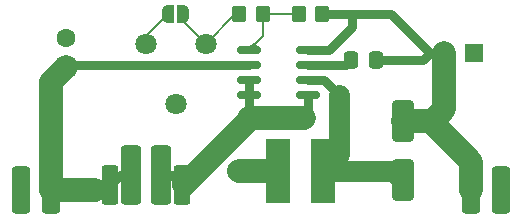
<source format=gtl>
%TF.GenerationSoftware,KiCad,Pcbnew,8.0.4*%
%TF.CreationDate,2025-01-06T15:16:24+00:00*%
%TF.ProjectId,33063_invert,33333036-335f-4696-9e76-6572742e6b69,rev?*%
%TF.SameCoordinates,Original*%
%TF.FileFunction,Copper,L1,Top*%
%TF.FilePolarity,Positive*%
%FSLAX46Y46*%
G04 Gerber Fmt 4.6, Leading zero omitted, Abs format (unit mm)*
G04 Created by KiCad (PCBNEW 8.0.4) date 2025-01-06 15:16:24*
%MOMM*%
%LPD*%
G01*
G04 APERTURE LIST*
G04 Aperture macros list*
%AMRoundRect*
0 Rectangle with rounded corners*
0 $1 Rounding radius*
0 $2 $3 $4 $5 $6 $7 $8 $9 X,Y pos of 4 corners*
0 Add a 4 corners polygon primitive as box body*
4,1,4,$2,$3,$4,$5,$6,$7,$8,$9,$2,$3,0*
0 Add four circle primitives for the rounded corners*
1,1,$1+$1,$2,$3*
1,1,$1+$1,$4,$5*
1,1,$1+$1,$6,$7*
1,1,$1+$1,$8,$9*
0 Add four rect primitives between the rounded corners*
20,1,$1+$1,$2,$3,$4,$5,0*
20,1,$1+$1,$4,$5,$6,$7,0*
20,1,$1+$1,$6,$7,$8,$9,0*
20,1,$1+$1,$8,$9,$2,$3,0*%
%AMFreePoly0*
4,1,19,0.500000,-0.750000,0.000000,-0.750000,0.000000,-0.744911,-0.071157,-0.744911,-0.207708,-0.704816,-0.327430,-0.627875,-0.420627,-0.520320,-0.479746,-0.390866,-0.500000,-0.250000,-0.500000,0.250000,-0.479746,0.390866,-0.420627,0.520320,-0.327430,0.627875,-0.207708,0.704816,-0.071157,0.744911,0.000000,0.744911,0.000000,0.750000,0.500000,0.750000,0.500000,-0.750000,0.500000,-0.750000,
$1*%
%AMFreePoly1*
4,1,19,0.000000,0.744911,0.071157,0.744911,0.207708,0.704816,0.327430,0.627875,0.420627,0.520320,0.479746,0.390866,0.500000,0.250000,0.500000,-0.250000,0.479746,-0.390866,0.420627,-0.520320,0.327430,-0.627875,0.207708,-0.704816,0.071157,-0.744911,0.000000,-0.744911,0.000000,-0.750000,-0.500000,-0.750000,-0.500000,0.750000,0.000000,0.750000,0.000000,0.744911,0.000000,0.744911,
$1*%
G04 Aperture macros list end*
%TA.AperFunction,ComponentPad*%
%ADD10RoundRect,0.250000X-0.500000X-1.750000X0.500000X-1.750000X0.500000X1.750000X-0.500000X1.750000X0*%
%TD*%
%TA.AperFunction,SMDPad,CuDef*%
%ADD11RoundRect,0.249999X0.450001X1.425001X-0.450001X1.425001X-0.450001X-1.425001X0.450001X-1.425001X0*%
%TD*%
%TA.AperFunction,SMDPad,CuDef*%
%ADD12R,2.150000X5.500000*%
%TD*%
%TA.AperFunction,SMDPad,CuDef*%
%ADD13FreePoly0,0.000000*%
%TD*%
%TA.AperFunction,SMDPad,CuDef*%
%ADD14FreePoly1,0.000000*%
%TD*%
%TA.AperFunction,ComponentPad*%
%ADD15R,1.600000X1.600000*%
%TD*%
%TA.AperFunction,ComponentPad*%
%ADD16C,1.600000*%
%TD*%
%TA.AperFunction,SMDPad,CuDef*%
%ADD17RoundRect,0.250000X-0.350000X-0.450000X0.350000X-0.450000X0.350000X0.450000X-0.350000X0.450000X0*%
%TD*%
%TA.AperFunction,SMDPad,CuDef*%
%ADD18RoundRect,0.250000X0.650000X-1.500000X0.650000X1.500000X-0.650000X1.500000X-0.650000X-1.500000X0*%
%TD*%
%TA.AperFunction,SMDPad,CuDef*%
%ADD19RoundRect,0.150000X0.825000X0.150000X-0.825000X0.150000X-0.825000X-0.150000X0.825000X-0.150000X0*%
%TD*%
%TA.AperFunction,SMDPad,CuDef*%
%ADD20RoundRect,0.200000X-0.620000X-2.300000X0.620000X-2.300000X0.620000X2.300000X-0.620000X2.300000X0*%
%TD*%
%TA.AperFunction,SMDPad,CuDef*%
%ADD21RoundRect,0.250000X-0.337500X-0.475000X0.337500X-0.475000X0.337500X0.475000X-0.337500X0.475000X0*%
%TD*%
%TA.AperFunction,ComponentPad*%
%ADD22C,1.800000*%
%TD*%
%TA.AperFunction,ViaPad*%
%ADD23C,2.000000*%
%TD*%
%TA.AperFunction,Conductor*%
%ADD24C,2.000000*%
%TD*%
%TA.AperFunction,Conductor*%
%ADD25C,0.800000*%
%TD*%
%TA.AperFunction,Conductor*%
%ADD26C,0.200000*%
%TD*%
%TA.AperFunction,Conductor*%
%ADD27C,1.800000*%
%TD*%
G04 APERTURE END LIST*
D10*
%TO.P,J1,1,Pin_1*%
%TO.N,GND2*%
X53180000Y-68000000D03*
%TO.P,J1,2,Pin_2*%
%TO.N,/Vin_2*%
X55720000Y-68000000D03*
%TD*%
D11*
%TO.P,R1,1*%
%TO.N,/Vsense*%
X66750000Y-67550000D03*
%TO.P,R1,2*%
%TO.N,/Vin_2*%
X60650000Y-67550000D03*
%TD*%
D12*
%TO.P,L1,1,1*%
%TO.N,GND2*%
X74875000Y-66350000D03*
%TO.P,L1,2,2*%
%TO.N,/Lin_2*%
X78725000Y-66350000D03*
%TD*%
D13*
%TO.P,JP2,1,A*%
%TO.N,GND2*%
X65600000Y-53100000D03*
D14*
%TO.P,JP2,2,B*%
%TO.N,Net-(JP2-B)*%
X66900000Y-53100000D03*
%TD*%
D15*
%TO.P,C1,1*%
%TO.N,/Vin_2*%
X56950000Y-57600000D03*
D16*
%TO.P,C1,2*%
%TO.N,GND2*%
X56950000Y-55100000D03*
%TD*%
D10*
%TO.P,J2,1,Pin_1*%
%TO.N,/Vout_2*%
X91280000Y-68000000D03*
%TO.P,J2,2,Pin_2*%
%TO.N,GND2*%
X93820000Y-68000000D03*
%TD*%
D17*
%TO.P,R3,1*%
%TO.N,/Vfb_2*%
X76650000Y-53100000D03*
%TO.P,R3,2*%
%TO.N,/Vout_2*%
X78650000Y-53100000D03*
%TD*%
D18*
%TO.P,D1,1,K*%
%TO.N,/Lin_2*%
X85500000Y-67160000D03*
%TO.P,D1,2,A*%
%TO.N,/Vout_2*%
X85500000Y-62160000D03*
%TD*%
D19*
%TO.P,U1,1,Swc*%
%TO.N,/Vsense*%
X77425000Y-59955000D03*
%TO.P,U1,2,Swe*%
%TO.N,/Lin_2*%
X77425000Y-58685000D03*
%TO.P,U1,3,Ct*%
%TO.N,/Ct_2*%
X77425000Y-57415000D03*
%TO.P,U1,4,GND*%
%TO.N,/Vout_2*%
X77425000Y-56145000D03*
%TO.P,U1,5,Vfb*%
%TO.N,/Vfb_2*%
X72475000Y-56145000D03*
%TO.P,U1,6,Vcc*%
%TO.N,/Vin_2*%
X72475000Y-57415000D03*
%TO.P,U1,7,Ipk*%
%TO.N,/Vsense*%
X72475000Y-58685000D03*
%TO.P,U1,8,Dc*%
X72475000Y-59955000D03*
%TD*%
D16*
%TO.P,C3,2*%
%TO.N,/Vout_2*%
X89000000Y-56350000D03*
D15*
%TO.P,C3,1*%
%TO.N,GND2*%
X91500000Y-56350000D03*
%TD*%
D20*
%TO.P,R100,1*%
%TO.N,/Vin_2*%
X62430000Y-66700000D03*
%TO.P,R100,2*%
%TO.N,/Vsense*%
X64970000Y-66700000D03*
%TD*%
D17*
%TO.P,R2,1*%
%TO.N,Net-(JP2-B)*%
X71650000Y-53100000D03*
%TO.P,R2,2*%
%TO.N,/Vfb_2*%
X73650000Y-53100000D03*
%TD*%
D21*
%TO.P,C2,1*%
%TO.N,/Ct_2*%
X81112500Y-56950000D03*
%TO.P,C2,2*%
%TO.N,/Vout_2*%
X83187500Y-56950000D03*
%TD*%
D22*
%TO.P,RV1,1,1*%
%TO.N,Net-(JP2-B)*%
X68790000Y-55610000D03*
%TO.P,RV1,2,2*%
%TO.N,GND2*%
X66250000Y-60690000D03*
%TO.P,RV1,3,3*%
X63710000Y-55610000D03*
%TD*%
D23*
%TO.N,GND2*%
X71650000Y-66350000D03*
%TD*%
D24*
%TO.N,/Vin_2*%
X55700000Y-58850000D02*
X55700000Y-63940000D01*
X56950000Y-57600000D02*
X55700000Y-58850000D01*
X55720000Y-68000000D02*
X59400000Y-68000000D01*
D25*
X72460000Y-57400000D02*
X72475000Y-57415000D01*
X56950000Y-57600000D02*
X57150000Y-57400000D01*
X59850000Y-67550000D02*
X59400000Y-68000000D01*
X61500000Y-66700000D02*
X60650000Y-67550000D01*
X62430000Y-66700000D02*
X61500000Y-66700000D01*
D24*
X55700000Y-63940000D02*
X55700000Y-67980000D01*
D25*
X60650000Y-67550000D02*
X59850000Y-67550000D01*
D24*
X55700000Y-67980000D02*
X55720000Y-68000000D01*
D25*
X57150000Y-57400000D02*
X72460000Y-57400000D01*
D26*
%TO.N,GND2*%
X63710000Y-54990000D02*
X63710000Y-55610000D01*
D24*
X74875000Y-66350000D02*
X71650000Y-66350000D01*
D26*
X65600000Y-53100000D02*
X63710000Y-54990000D01*
D25*
X63710000Y-55610000D02*
X63940000Y-55610000D01*
%TO.N,/Ct_2*%
X77425000Y-57415000D02*
X80647500Y-57415000D01*
X80647500Y-57415000D02*
X81112500Y-56950000D01*
%TO.N,/Vout_2*%
X87800000Y-56350000D02*
X87200000Y-56950000D01*
X84500000Y-53050000D02*
X87800000Y-56350000D01*
D24*
X91280000Y-68000000D02*
X91280000Y-65580000D01*
X87860000Y-62160000D02*
X85500000Y-62160000D01*
D25*
X80550000Y-53060000D02*
X80540000Y-53050000D01*
X81190000Y-53050000D02*
X80540000Y-53050000D01*
X81190000Y-54210000D02*
X79255000Y-56145000D01*
X81190000Y-53050000D02*
X81190000Y-54210000D01*
D24*
X87860000Y-62160000D02*
X88010000Y-62160000D01*
X89000000Y-61170000D02*
X89000000Y-56350000D01*
D25*
X80540000Y-53050000D02*
X78650000Y-53050000D01*
X87200000Y-56950000D02*
X83187500Y-56950000D01*
D24*
X88010000Y-62160000D02*
X89000000Y-61170000D01*
D25*
X84500000Y-53050000D02*
X81190000Y-53050000D01*
X79255000Y-56145000D02*
X77425000Y-56145000D01*
X87800000Y-56350000D02*
X89000000Y-56350000D01*
D24*
X91280000Y-65580000D02*
X87860000Y-62160000D01*
D25*
%TO.N,/Vsense*%
X77425000Y-61575000D02*
X77150000Y-61850000D01*
X65900000Y-66700000D02*
X66750000Y-67550000D01*
X77425000Y-59955000D02*
X77425000Y-61575000D01*
X72475000Y-61825000D02*
X72450000Y-61850000D01*
D24*
X72450000Y-61850000D02*
X77150000Y-61850000D01*
X66950000Y-67550000D02*
X72650000Y-61850000D01*
D25*
X72475000Y-58685000D02*
X72475000Y-59955000D01*
X64970000Y-66700000D02*
X65900000Y-66700000D01*
X66750000Y-67550000D02*
X66950000Y-67550000D01*
X72475000Y-59955000D02*
X72475000Y-61825000D01*
D26*
%TO.N,/Vfb_2*%
X73650000Y-54970000D02*
X73650000Y-53100000D01*
X76650000Y-53100000D02*
X73650000Y-53100000D01*
X72475000Y-56145000D02*
X73650000Y-54970000D01*
D25*
%TO.N,/Lin_2*%
X78835000Y-58685000D02*
X80100000Y-59950000D01*
D27*
X84690000Y-66350000D02*
X78725000Y-66350000D01*
D25*
X77425000Y-58685000D02*
X78835000Y-58685000D01*
D27*
X78725000Y-66350000D02*
X80100000Y-64975000D01*
X85500000Y-67160000D02*
X84690000Y-66350000D01*
X80100000Y-64975000D02*
X80100000Y-59950000D01*
D26*
%TO.N,Net-(JP2-B)*%
X68790000Y-55610000D02*
X66900000Y-53720000D01*
X71300000Y-53100000D02*
X68790000Y-55610000D01*
X66900000Y-53720000D02*
X66900000Y-53100000D01*
X71650000Y-53100000D02*
X71300000Y-53100000D01*
%TD*%
%TA.AperFunction,Conductor*%
%TO.N,/Vfb_2*%
G36*
X72922383Y-55568120D02*
G01*
X73186888Y-55832625D01*
X73190315Y-55840898D01*
X73186888Y-55849171D01*
X73183098Y-55851705D01*
X72485136Y-56141209D01*
X72476181Y-56141214D01*
X72469846Y-56134885D01*
X72354866Y-55855051D01*
X72354891Y-55846096D01*
X72360454Y-55840140D01*
X72908881Y-55565927D01*
X72917810Y-55565293D01*
X72922383Y-55568120D01*
G37*
%TD.AperFunction*%
%TD*%
M02*

</source>
